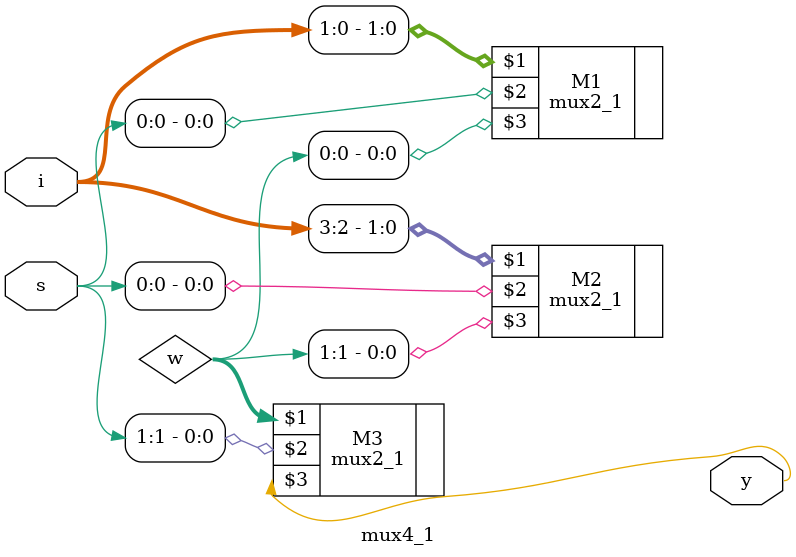
<source format=v>
`include "MUX.v"
module mux4_1(i,s,y);
  input [3:0]i;
  input [1:0]s;
  output y;
  wire [1:0]w;
  mux2_1 M1(i[1:0],s[0],w[0]);
  mux2_1 M2(i[3:2],s[0],w[1]);
  mux2_1 M3(w,s[1],y);
endmodule 

</source>
